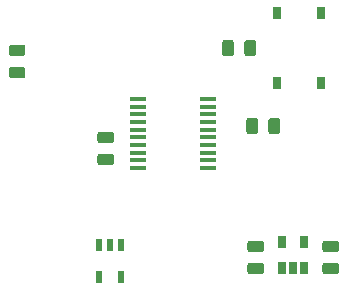
<source format=gbr>
G04 #@! TF.GenerationSoftware,KiCad,Pcbnew,(5.1.5)-3*
G04 #@! TF.CreationDate,2020-07-01T01:16:44-04:00*
G04 #@! TF.ProjectId,V0_Micro_Display,56305f4d-6963-4726-9f5f-446973706c61,rev?*
G04 #@! TF.SameCoordinates,Original*
G04 #@! TF.FileFunction,Paste,Bot*
G04 #@! TF.FilePolarity,Positive*
%FSLAX46Y46*%
G04 Gerber Fmt 4.6, Leading zero omitted, Abs format (unit mm)*
G04 Created by KiCad (PCBNEW (5.1.5)-3) date 2020-07-01 01:16:44*
%MOMM*%
%LPD*%
G04 APERTURE LIST*
%ADD10R,0.750000X1.000000*%
%ADD11R,0.600000X1.050000*%
%ADD12R,0.650000X1.060000*%
%ADD13C,0.100000*%
%ADD14R,1.450000X0.450000*%
G04 APERTURE END LIST*
D10*
X8793000Y4232000D03*
X12543000Y10232000D03*
X8793000Y10232000D03*
X12543000Y4232000D03*
D11*
X-6284000Y-9445000D03*
X-5334000Y-9445000D03*
X-4384000Y-9445000D03*
X-4384000Y-12145000D03*
X-6284000Y-12145000D03*
D12*
X11110000Y-9230000D03*
X9210000Y-9230000D03*
X9210000Y-11430000D03*
X10160000Y-11430000D03*
X11110000Y-11430000D03*
D13*
G36*
X-12727858Y7519826D02*
G01*
X-12704197Y7516316D01*
X-12680993Y7510504D01*
X-12658471Y7502446D01*
X-12636847Y7492218D01*
X-12616330Y7479921D01*
X-12597117Y7465671D01*
X-12579393Y7449607D01*
X-12563329Y7431883D01*
X-12549079Y7412670D01*
X-12536782Y7392153D01*
X-12526554Y7370529D01*
X-12518496Y7348007D01*
X-12512684Y7324803D01*
X-12509174Y7301142D01*
X-12508000Y7277250D01*
X-12508000Y6789750D01*
X-12509174Y6765858D01*
X-12512684Y6742197D01*
X-12518496Y6718993D01*
X-12526554Y6696471D01*
X-12536782Y6674847D01*
X-12549079Y6654330D01*
X-12563329Y6635117D01*
X-12579393Y6617393D01*
X-12597117Y6601329D01*
X-12616330Y6587079D01*
X-12636847Y6574782D01*
X-12658471Y6564554D01*
X-12680993Y6556496D01*
X-12704197Y6550684D01*
X-12727858Y6547174D01*
X-12751750Y6546000D01*
X-13664250Y6546000D01*
X-13688142Y6547174D01*
X-13711803Y6550684D01*
X-13735007Y6556496D01*
X-13757529Y6564554D01*
X-13779153Y6574782D01*
X-13799670Y6587079D01*
X-13818883Y6601329D01*
X-13836607Y6617393D01*
X-13852671Y6635117D01*
X-13866921Y6654330D01*
X-13879218Y6674847D01*
X-13889446Y6696471D01*
X-13897504Y6718993D01*
X-13903316Y6742197D01*
X-13906826Y6765858D01*
X-13908000Y6789750D01*
X-13908000Y7277250D01*
X-13906826Y7301142D01*
X-13903316Y7324803D01*
X-13897504Y7348007D01*
X-13889446Y7370529D01*
X-13879218Y7392153D01*
X-13866921Y7412670D01*
X-13852671Y7431883D01*
X-13836607Y7449607D01*
X-13818883Y7465671D01*
X-13799670Y7479921D01*
X-13779153Y7492218D01*
X-13757529Y7502446D01*
X-13735007Y7510504D01*
X-13711803Y7516316D01*
X-13688142Y7519826D01*
X-13664250Y7521000D01*
X-12751750Y7521000D01*
X-12727858Y7519826D01*
G37*
G36*
X-12727858Y5644826D02*
G01*
X-12704197Y5641316D01*
X-12680993Y5635504D01*
X-12658471Y5627446D01*
X-12636847Y5617218D01*
X-12616330Y5604921D01*
X-12597117Y5590671D01*
X-12579393Y5574607D01*
X-12563329Y5556883D01*
X-12549079Y5537670D01*
X-12536782Y5517153D01*
X-12526554Y5495529D01*
X-12518496Y5473007D01*
X-12512684Y5449803D01*
X-12509174Y5426142D01*
X-12508000Y5402250D01*
X-12508000Y4914750D01*
X-12509174Y4890858D01*
X-12512684Y4867197D01*
X-12518496Y4843993D01*
X-12526554Y4821471D01*
X-12536782Y4799847D01*
X-12549079Y4779330D01*
X-12563329Y4760117D01*
X-12579393Y4742393D01*
X-12597117Y4726329D01*
X-12616330Y4712079D01*
X-12636847Y4699782D01*
X-12658471Y4689554D01*
X-12680993Y4681496D01*
X-12704197Y4675684D01*
X-12727858Y4672174D01*
X-12751750Y4671000D01*
X-13664250Y4671000D01*
X-13688142Y4672174D01*
X-13711803Y4675684D01*
X-13735007Y4681496D01*
X-13757529Y4689554D01*
X-13779153Y4699782D01*
X-13799670Y4712079D01*
X-13818883Y4726329D01*
X-13836607Y4742393D01*
X-13852671Y4760117D01*
X-13866921Y4779330D01*
X-13879218Y4799847D01*
X-13889446Y4821471D01*
X-13897504Y4843993D01*
X-13903316Y4867197D01*
X-13906826Y4890858D01*
X-13908000Y4914750D01*
X-13908000Y5402250D01*
X-13906826Y5426142D01*
X-13903316Y5449803D01*
X-13897504Y5473007D01*
X-13889446Y5495529D01*
X-13879218Y5517153D01*
X-13866921Y5537670D01*
X-13852671Y5556883D01*
X-13836607Y5574607D01*
X-13818883Y5590671D01*
X-13799670Y5604921D01*
X-13779153Y5617218D01*
X-13757529Y5627446D01*
X-13735007Y5635504D01*
X-13711803Y5641316D01*
X-13688142Y5644826D01*
X-13664250Y5646000D01*
X-12751750Y5646000D01*
X-12727858Y5644826D01*
G37*
G36*
X6793142Y7930826D02*
G01*
X6816803Y7927316D01*
X6840007Y7921504D01*
X6862529Y7913446D01*
X6884153Y7903218D01*
X6904670Y7890921D01*
X6923883Y7876671D01*
X6941607Y7860607D01*
X6957671Y7842883D01*
X6971921Y7823670D01*
X6984218Y7803153D01*
X6994446Y7781529D01*
X7002504Y7759007D01*
X7008316Y7735803D01*
X7011826Y7712142D01*
X7013000Y7688250D01*
X7013000Y6775750D01*
X7011826Y6751858D01*
X7008316Y6728197D01*
X7002504Y6704993D01*
X6994446Y6682471D01*
X6984218Y6660847D01*
X6971921Y6640330D01*
X6957671Y6621117D01*
X6941607Y6603393D01*
X6923883Y6587329D01*
X6904670Y6573079D01*
X6884153Y6560782D01*
X6862529Y6550554D01*
X6840007Y6542496D01*
X6816803Y6536684D01*
X6793142Y6533174D01*
X6769250Y6532000D01*
X6281750Y6532000D01*
X6257858Y6533174D01*
X6234197Y6536684D01*
X6210993Y6542496D01*
X6188471Y6550554D01*
X6166847Y6560782D01*
X6146330Y6573079D01*
X6127117Y6587329D01*
X6109393Y6603393D01*
X6093329Y6621117D01*
X6079079Y6640330D01*
X6066782Y6660847D01*
X6056554Y6682471D01*
X6048496Y6704993D01*
X6042684Y6728197D01*
X6039174Y6751858D01*
X6038000Y6775750D01*
X6038000Y7688250D01*
X6039174Y7712142D01*
X6042684Y7735803D01*
X6048496Y7759007D01*
X6056554Y7781529D01*
X6066782Y7803153D01*
X6079079Y7823670D01*
X6093329Y7842883D01*
X6109393Y7860607D01*
X6127117Y7876671D01*
X6146330Y7890921D01*
X6166847Y7903218D01*
X6188471Y7913446D01*
X6210993Y7921504D01*
X6234197Y7927316D01*
X6257858Y7930826D01*
X6281750Y7932000D01*
X6769250Y7932000D01*
X6793142Y7930826D01*
G37*
G36*
X4918142Y7930826D02*
G01*
X4941803Y7927316D01*
X4965007Y7921504D01*
X4987529Y7913446D01*
X5009153Y7903218D01*
X5029670Y7890921D01*
X5048883Y7876671D01*
X5066607Y7860607D01*
X5082671Y7842883D01*
X5096921Y7823670D01*
X5109218Y7803153D01*
X5119446Y7781529D01*
X5127504Y7759007D01*
X5133316Y7735803D01*
X5136826Y7712142D01*
X5138000Y7688250D01*
X5138000Y6775750D01*
X5136826Y6751858D01*
X5133316Y6728197D01*
X5127504Y6704993D01*
X5119446Y6682471D01*
X5109218Y6660847D01*
X5096921Y6640330D01*
X5082671Y6621117D01*
X5066607Y6603393D01*
X5048883Y6587329D01*
X5029670Y6573079D01*
X5009153Y6560782D01*
X4987529Y6550554D01*
X4965007Y6542496D01*
X4941803Y6536684D01*
X4918142Y6533174D01*
X4894250Y6532000D01*
X4406750Y6532000D01*
X4382858Y6533174D01*
X4359197Y6536684D01*
X4335993Y6542496D01*
X4313471Y6550554D01*
X4291847Y6560782D01*
X4271330Y6573079D01*
X4252117Y6587329D01*
X4234393Y6603393D01*
X4218329Y6621117D01*
X4204079Y6640330D01*
X4191782Y6660847D01*
X4181554Y6682471D01*
X4173496Y6704993D01*
X4167684Y6728197D01*
X4164174Y6751858D01*
X4163000Y6775750D01*
X4163000Y7688250D01*
X4164174Y7712142D01*
X4167684Y7735803D01*
X4173496Y7759007D01*
X4181554Y7781529D01*
X4191782Y7803153D01*
X4204079Y7823670D01*
X4218329Y7842883D01*
X4234393Y7860607D01*
X4252117Y7876671D01*
X4271330Y7890921D01*
X4291847Y7903218D01*
X4313471Y7913446D01*
X4335993Y7921504D01*
X4359197Y7927316D01*
X4382858Y7930826D01*
X4406750Y7932000D01*
X4894250Y7932000D01*
X4918142Y7930826D01*
G37*
G36*
X8825142Y1333826D02*
G01*
X8848803Y1330316D01*
X8872007Y1324504D01*
X8894529Y1316446D01*
X8916153Y1306218D01*
X8936670Y1293921D01*
X8955883Y1279671D01*
X8973607Y1263607D01*
X8989671Y1245883D01*
X9003921Y1226670D01*
X9016218Y1206153D01*
X9026446Y1184529D01*
X9034504Y1162007D01*
X9040316Y1138803D01*
X9043826Y1115142D01*
X9045000Y1091250D01*
X9045000Y178750D01*
X9043826Y154858D01*
X9040316Y131197D01*
X9034504Y107993D01*
X9026446Y85471D01*
X9016218Y63847D01*
X9003921Y43330D01*
X8989671Y24117D01*
X8973607Y6393D01*
X8955883Y-9671D01*
X8936670Y-23921D01*
X8916153Y-36218D01*
X8894529Y-46446D01*
X8872007Y-54504D01*
X8848803Y-60316D01*
X8825142Y-63826D01*
X8801250Y-65000D01*
X8313750Y-65000D01*
X8289858Y-63826D01*
X8266197Y-60316D01*
X8242993Y-54504D01*
X8220471Y-46446D01*
X8198847Y-36218D01*
X8178330Y-23921D01*
X8159117Y-9671D01*
X8141393Y6393D01*
X8125329Y24117D01*
X8111079Y43330D01*
X8098782Y63847D01*
X8088554Y85471D01*
X8080496Y107993D01*
X8074684Y131197D01*
X8071174Y154858D01*
X8070000Y178750D01*
X8070000Y1091250D01*
X8071174Y1115142D01*
X8074684Y1138803D01*
X8080496Y1162007D01*
X8088554Y1184529D01*
X8098782Y1206153D01*
X8111079Y1226670D01*
X8125329Y1245883D01*
X8141393Y1263607D01*
X8159117Y1279671D01*
X8178330Y1293921D01*
X8198847Y1306218D01*
X8220471Y1316446D01*
X8242993Y1324504D01*
X8266197Y1330316D01*
X8289858Y1333826D01*
X8313750Y1335000D01*
X8801250Y1335000D01*
X8825142Y1333826D01*
G37*
G36*
X6950142Y1333826D02*
G01*
X6973803Y1330316D01*
X6997007Y1324504D01*
X7019529Y1316446D01*
X7041153Y1306218D01*
X7061670Y1293921D01*
X7080883Y1279671D01*
X7098607Y1263607D01*
X7114671Y1245883D01*
X7128921Y1226670D01*
X7141218Y1206153D01*
X7151446Y1184529D01*
X7159504Y1162007D01*
X7165316Y1138803D01*
X7168826Y1115142D01*
X7170000Y1091250D01*
X7170000Y178750D01*
X7168826Y154858D01*
X7165316Y131197D01*
X7159504Y107993D01*
X7151446Y85471D01*
X7141218Y63847D01*
X7128921Y43330D01*
X7114671Y24117D01*
X7098607Y6393D01*
X7080883Y-9671D01*
X7061670Y-23921D01*
X7041153Y-36218D01*
X7019529Y-46446D01*
X6997007Y-54504D01*
X6973803Y-60316D01*
X6950142Y-63826D01*
X6926250Y-65000D01*
X6438750Y-65000D01*
X6414858Y-63826D01*
X6391197Y-60316D01*
X6367993Y-54504D01*
X6345471Y-46446D01*
X6323847Y-36218D01*
X6303330Y-23921D01*
X6284117Y-9671D01*
X6266393Y6393D01*
X6250329Y24117D01*
X6236079Y43330D01*
X6223782Y63847D01*
X6213554Y85471D01*
X6205496Y107993D01*
X6199684Y131197D01*
X6196174Y154858D01*
X6195000Y178750D01*
X6195000Y1091250D01*
X6196174Y1115142D01*
X6199684Y1138803D01*
X6205496Y1162007D01*
X6213554Y1184529D01*
X6223782Y1206153D01*
X6236079Y1226670D01*
X6250329Y1245883D01*
X6266393Y1263607D01*
X6284117Y1279671D01*
X6303330Y1293921D01*
X6323847Y1306218D01*
X6345471Y1316446D01*
X6367993Y1324504D01*
X6391197Y1330316D01*
X6414858Y1333826D01*
X6438750Y1335000D01*
X6926250Y1335000D01*
X6950142Y1333826D01*
G37*
G36*
X-5234858Y-1721174D02*
G01*
X-5211197Y-1724684D01*
X-5187993Y-1730496D01*
X-5165471Y-1738554D01*
X-5143847Y-1748782D01*
X-5123330Y-1761079D01*
X-5104117Y-1775329D01*
X-5086393Y-1791393D01*
X-5070329Y-1809117D01*
X-5056079Y-1828330D01*
X-5043782Y-1848847D01*
X-5033554Y-1870471D01*
X-5025496Y-1892993D01*
X-5019684Y-1916197D01*
X-5016174Y-1939858D01*
X-5015000Y-1963750D01*
X-5015000Y-2451250D01*
X-5016174Y-2475142D01*
X-5019684Y-2498803D01*
X-5025496Y-2522007D01*
X-5033554Y-2544529D01*
X-5043782Y-2566153D01*
X-5056079Y-2586670D01*
X-5070329Y-2605883D01*
X-5086393Y-2623607D01*
X-5104117Y-2639671D01*
X-5123330Y-2653921D01*
X-5143847Y-2666218D01*
X-5165471Y-2676446D01*
X-5187993Y-2684504D01*
X-5211197Y-2690316D01*
X-5234858Y-2693826D01*
X-5258750Y-2695000D01*
X-6171250Y-2695000D01*
X-6195142Y-2693826D01*
X-6218803Y-2690316D01*
X-6242007Y-2684504D01*
X-6264529Y-2676446D01*
X-6286153Y-2666218D01*
X-6306670Y-2653921D01*
X-6325883Y-2639671D01*
X-6343607Y-2623607D01*
X-6359671Y-2605883D01*
X-6373921Y-2586670D01*
X-6386218Y-2566153D01*
X-6396446Y-2544529D01*
X-6404504Y-2522007D01*
X-6410316Y-2498803D01*
X-6413826Y-2475142D01*
X-6415000Y-2451250D01*
X-6415000Y-1963750D01*
X-6413826Y-1939858D01*
X-6410316Y-1916197D01*
X-6404504Y-1892993D01*
X-6396446Y-1870471D01*
X-6386218Y-1848847D01*
X-6373921Y-1828330D01*
X-6359671Y-1809117D01*
X-6343607Y-1791393D01*
X-6325883Y-1775329D01*
X-6306670Y-1761079D01*
X-6286153Y-1748782D01*
X-6264529Y-1738554D01*
X-6242007Y-1730496D01*
X-6218803Y-1724684D01*
X-6195142Y-1721174D01*
X-6171250Y-1720000D01*
X-5258750Y-1720000D01*
X-5234858Y-1721174D01*
G37*
G36*
X-5234858Y153826D02*
G01*
X-5211197Y150316D01*
X-5187993Y144504D01*
X-5165471Y136446D01*
X-5143847Y126218D01*
X-5123330Y113921D01*
X-5104117Y99671D01*
X-5086393Y83607D01*
X-5070329Y65883D01*
X-5056079Y46670D01*
X-5043782Y26153D01*
X-5033554Y4529D01*
X-5025496Y-17993D01*
X-5019684Y-41197D01*
X-5016174Y-64858D01*
X-5015000Y-88750D01*
X-5015000Y-576250D01*
X-5016174Y-600142D01*
X-5019684Y-623803D01*
X-5025496Y-647007D01*
X-5033554Y-669529D01*
X-5043782Y-691153D01*
X-5056079Y-711670D01*
X-5070329Y-730883D01*
X-5086393Y-748607D01*
X-5104117Y-764671D01*
X-5123330Y-778921D01*
X-5143847Y-791218D01*
X-5165471Y-801446D01*
X-5187993Y-809504D01*
X-5211197Y-815316D01*
X-5234858Y-818826D01*
X-5258750Y-820000D01*
X-6171250Y-820000D01*
X-6195142Y-818826D01*
X-6218803Y-815316D01*
X-6242007Y-809504D01*
X-6264529Y-801446D01*
X-6286153Y-791218D01*
X-6306670Y-778921D01*
X-6325883Y-764671D01*
X-6343607Y-748607D01*
X-6359671Y-730883D01*
X-6373921Y-711670D01*
X-6386218Y-691153D01*
X-6396446Y-669529D01*
X-6404504Y-647007D01*
X-6410316Y-623803D01*
X-6413826Y-600142D01*
X-6415000Y-576250D01*
X-6415000Y-88750D01*
X-6413826Y-64858D01*
X-6410316Y-41197D01*
X-6404504Y-17993D01*
X-6396446Y4529D01*
X-6386218Y26153D01*
X-6373921Y46670D01*
X-6359671Y65883D01*
X-6343607Y83607D01*
X-6325883Y99671D01*
X-6306670Y113921D01*
X-6286153Y126218D01*
X-6264529Y136446D01*
X-6242007Y144504D01*
X-6218803Y150316D01*
X-6195142Y153826D01*
X-6171250Y155000D01*
X-5258750Y155000D01*
X-5234858Y153826D01*
G37*
G36*
X13815142Y-10943674D02*
G01*
X13838803Y-10947184D01*
X13862007Y-10952996D01*
X13884529Y-10961054D01*
X13906153Y-10971282D01*
X13926670Y-10983579D01*
X13945883Y-10997829D01*
X13963607Y-11013893D01*
X13979671Y-11031617D01*
X13993921Y-11050830D01*
X14006218Y-11071347D01*
X14016446Y-11092971D01*
X14024504Y-11115493D01*
X14030316Y-11138697D01*
X14033826Y-11162358D01*
X14035000Y-11186250D01*
X14035000Y-11673750D01*
X14033826Y-11697642D01*
X14030316Y-11721303D01*
X14024504Y-11744507D01*
X14016446Y-11767029D01*
X14006218Y-11788653D01*
X13993921Y-11809170D01*
X13979671Y-11828383D01*
X13963607Y-11846107D01*
X13945883Y-11862171D01*
X13926670Y-11876421D01*
X13906153Y-11888718D01*
X13884529Y-11898946D01*
X13862007Y-11907004D01*
X13838803Y-11912816D01*
X13815142Y-11916326D01*
X13791250Y-11917500D01*
X12878750Y-11917500D01*
X12854858Y-11916326D01*
X12831197Y-11912816D01*
X12807993Y-11907004D01*
X12785471Y-11898946D01*
X12763847Y-11888718D01*
X12743330Y-11876421D01*
X12724117Y-11862171D01*
X12706393Y-11846107D01*
X12690329Y-11828383D01*
X12676079Y-11809170D01*
X12663782Y-11788653D01*
X12653554Y-11767029D01*
X12645496Y-11744507D01*
X12639684Y-11721303D01*
X12636174Y-11697642D01*
X12635000Y-11673750D01*
X12635000Y-11186250D01*
X12636174Y-11162358D01*
X12639684Y-11138697D01*
X12645496Y-11115493D01*
X12653554Y-11092971D01*
X12663782Y-11071347D01*
X12676079Y-11050830D01*
X12690329Y-11031617D01*
X12706393Y-11013893D01*
X12724117Y-10997829D01*
X12743330Y-10983579D01*
X12763847Y-10971282D01*
X12785471Y-10961054D01*
X12807993Y-10952996D01*
X12831197Y-10947184D01*
X12854858Y-10943674D01*
X12878750Y-10942500D01*
X13791250Y-10942500D01*
X13815142Y-10943674D01*
G37*
G36*
X13815142Y-9068674D02*
G01*
X13838803Y-9072184D01*
X13862007Y-9077996D01*
X13884529Y-9086054D01*
X13906153Y-9096282D01*
X13926670Y-9108579D01*
X13945883Y-9122829D01*
X13963607Y-9138893D01*
X13979671Y-9156617D01*
X13993921Y-9175830D01*
X14006218Y-9196347D01*
X14016446Y-9217971D01*
X14024504Y-9240493D01*
X14030316Y-9263697D01*
X14033826Y-9287358D01*
X14035000Y-9311250D01*
X14035000Y-9798750D01*
X14033826Y-9822642D01*
X14030316Y-9846303D01*
X14024504Y-9869507D01*
X14016446Y-9892029D01*
X14006218Y-9913653D01*
X13993921Y-9934170D01*
X13979671Y-9953383D01*
X13963607Y-9971107D01*
X13945883Y-9987171D01*
X13926670Y-10001421D01*
X13906153Y-10013718D01*
X13884529Y-10023946D01*
X13862007Y-10032004D01*
X13838803Y-10037816D01*
X13815142Y-10041326D01*
X13791250Y-10042500D01*
X12878750Y-10042500D01*
X12854858Y-10041326D01*
X12831197Y-10037816D01*
X12807993Y-10032004D01*
X12785471Y-10023946D01*
X12763847Y-10013718D01*
X12743330Y-10001421D01*
X12724117Y-9987171D01*
X12706393Y-9971107D01*
X12690329Y-9953383D01*
X12676079Y-9934170D01*
X12663782Y-9913653D01*
X12653554Y-9892029D01*
X12645496Y-9869507D01*
X12639684Y-9846303D01*
X12636174Y-9822642D01*
X12635000Y-9798750D01*
X12635000Y-9311250D01*
X12636174Y-9287358D01*
X12639684Y-9263697D01*
X12645496Y-9240493D01*
X12653554Y-9217971D01*
X12663782Y-9196347D01*
X12676079Y-9175830D01*
X12690329Y-9156617D01*
X12706393Y-9138893D01*
X12724117Y-9122829D01*
X12743330Y-9108579D01*
X12763847Y-9096282D01*
X12785471Y-9086054D01*
X12807993Y-9077996D01*
X12831197Y-9072184D01*
X12854858Y-9068674D01*
X12878750Y-9067500D01*
X13791250Y-9067500D01*
X13815142Y-9068674D01*
G37*
G36*
X7465142Y-9068674D02*
G01*
X7488803Y-9072184D01*
X7512007Y-9077996D01*
X7534529Y-9086054D01*
X7556153Y-9096282D01*
X7576670Y-9108579D01*
X7595883Y-9122829D01*
X7613607Y-9138893D01*
X7629671Y-9156617D01*
X7643921Y-9175830D01*
X7656218Y-9196347D01*
X7666446Y-9217971D01*
X7674504Y-9240493D01*
X7680316Y-9263697D01*
X7683826Y-9287358D01*
X7685000Y-9311250D01*
X7685000Y-9798750D01*
X7683826Y-9822642D01*
X7680316Y-9846303D01*
X7674504Y-9869507D01*
X7666446Y-9892029D01*
X7656218Y-9913653D01*
X7643921Y-9934170D01*
X7629671Y-9953383D01*
X7613607Y-9971107D01*
X7595883Y-9987171D01*
X7576670Y-10001421D01*
X7556153Y-10013718D01*
X7534529Y-10023946D01*
X7512007Y-10032004D01*
X7488803Y-10037816D01*
X7465142Y-10041326D01*
X7441250Y-10042500D01*
X6528750Y-10042500D01*
X6504858Y-10041326D01*
X6481197Y-10037816D01*
X6457993Y-10032004D01*
X6435471Y-10023946D01*
X6413847Y-10013718D01*
X6393330Y-10001421D01*
X6374117Y-9987171D01*
X6356393Y-9971107D01*
X6340329Y-9953383D01*
X6326079Y-9934170D01*
X6313782Y-9913653D01*
X6303554Y-9892029D01*
X6295496Y-9869507D01*
X6289684Y-9846303D01*
X6286174Y-9822642D01*
X6285000Y-9798750D01*
X6285000Y-9311250D01*
X6286174Y-9287358D01*
X6289684Y-9263697D01*
X6295496Y-9240493D01*
X6303554Y-9217971D01*
X6313782Y-9196347D01*
X6326079Y-9175830D01*
X6340329Y-9156617D01*
X6356393Y-9138893D01*
X6374117Y-9122829D01*
X6393330Y-9108579D01*
X6413847Y-9096282D01*
X6435471Y-9086054D01*
X6457993Y-9077996D01*
X6481197Y-9072184D01*
X6504858Y-9068674D01*
X6528750Y-9067500D01*
X7441250Y-9067500D01*
X7465142Y-9068674D01*
G37*
G36*
X7465142Y-10943674D02*
G01*
X7488803Y-10947184D01*
X7512007Y-10952996D01*
X7534529Y-10961054D01*
X7556153Y-10971282D01*
X7576670Y-10983579D01*
X7595883Y-10997829D01*
X7613607Y-11013893D01*
X7629671Y-11031617D01*
X7643921Y-11050830D01*
X7656218Y-11071347D01*
X7666446Y-11092971D01*
X7674504Y-11115493D01*
X7680316Y-11138697D01*
X7683826Y-11162358D01*
X7685000Y-11186250D01*
X7685000Y-11673750D01*
X7683826Y-11697642D01*
X7680316Y-11721303D01*
X7674504Y-11744507D01*
X7666446Y-11767029D01*
X7656218Y-11788653D01*
X7643921Y-11809170D01*
X7629671Y-11828383D01*
X7613607Y-11846107D01*
X7595883Y-11862171D01*
X7576670Y-11876421D01*
X7556153Y-11888718D01*
X7534529Y-11898946D01*
X7512007Y-11907004D01*
X7488803Y-11912816D01*
X7465142Y-11916326D01*
X7441250Y-11917500D01*
X6528750Y-11917500D01*
X6504858Y-11916326D01*
X6481197Y-11912816D01*
X6457993Y-11907004D01*
X6435471Y-11898946D01*
X6413847Y-11888718D01*
X6393330Y-11876421D01*
X6374117Y-11862171D01*
X6356393Y-11846107D01*
X6340329Y-11828383D01*
X6326079Y-11809170D01*
X6313782Y-11788653D01*
X6303554Y-11767029D01*
X6295496Y-11744507D01*
X6289684Y-11721303D01*
X6286174Y-11697642D01*
X6285000Y-11673750D01*
X6285000Y-11186250D01*
X6286174Y-11162358D01*
X6289684Y-11138697D01*
X6295496Y-11115493D01*
X6303554Y-11092971D01*
X6313782Y-11071347D01*
X6326079Y-11050830D01*
X6340329Y-11031617D01*
X6356393Y-11013893D01*
X6374117Y-10997829D01*
X6393330Y-10983579D01*
X6413847Y-10971282D01*
X6435471Y-10961054D01*
X6457993Y-10952996D01*
X6481197Y-10947184D01*
X6504858Y-10943674D01*
X6528750Y-10942500D01*
X7441250Y-10942500D01*
X7465142Y-10943674D01*
G37*
D14*
X2950000Y2925000D03*
X2950000Y2275000D03*
X2950000Y1625000D03*
X2950000Y975000D03*
X2950000Y325000D03*
X2950000Y-325000D03*
X2950000Y-975000D03*
X2950000Y-1625000D03*
X2950000Y-2275000D03*
X2950000Y-2925000D03*
X-2950000Y-2925000D03*
X-2950000Y-2275000D03*
X-2950000Y-1625000D03*
X-2950000Y-975000D03*
X-2950000Y-325000D03*
X-2950000Y325000D03*
X-2950000Y975000D03*
X-2950000Y1625000D03*
X-2950000Y2275000D03*
X-2950000Y2925000D03*
M02*

</source>
